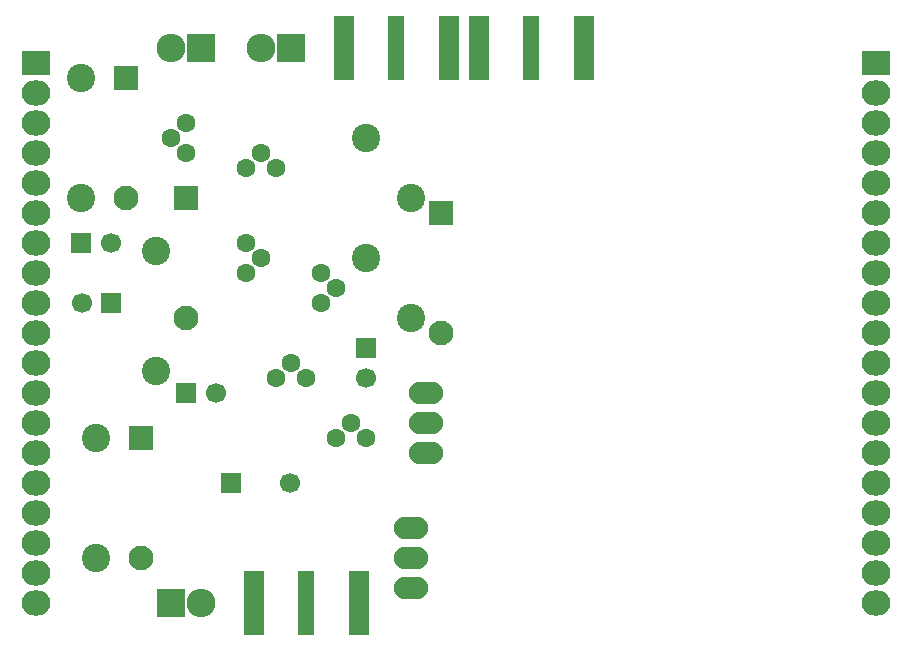
<source format=gbr>
G04 #@! TF.FileFunction,Soldermask,Top*
%FSLAX46Y46*%
G04 Gerber Fmt 4.6, Leading zero omitted, Abs format (unit mm)*
G04 Created by KiCad (PCBNEW 4.0.3+e1-6302~38~ubuntu16.04.1-stable) date Thu Aug 25 17:19:13 2016*
%MOMM*%
%LPD*%
G01*
G04 APERTURE LIST*
%ADD10C,0.100000*%
%ADD11R,1.700000X1.700000*%
%ADD12C,1.700000*%
%ADD13C,2.099260*%
%ADD14R,2.099260X2.099260*%
%ADD15R,2.432000X2.432000*%
%ADD16O,2.432000X2.432000*%
%ADD17C,1.600000*%
%ADD18O,2.899360X1.901140*%
%ADD19C,2.398980*%
%ADD20R,1.670000X5.480000*%
%ADD21R,1.416000X5.480000*%
%ADD22R,2.432000X2.127200*%
%ADD23O,2.432000X2.127200*%
G04 APERTURE END LIST*
D10*
D11*
X48260000Y-101600000D03*
D12*
X45760000Y-101600000D03*
D11*
X54610000Y-109220000D03*
D12*
X57110000Y-109220000D03*
D11*
X58420000Y-116840000D03*
D12*
X63420000Y-116840000D03*
D11*
X69850000Y-105410000D03*
D12*
X69850000Y-107910000D03*
D11*
X45720000Y-96520000D03*
D12*
X48220000Y-96520000D03*
D13*
X54612540Y-102870520D03*
D14*
X54612540Y-92710520D03*
D13*
X49532540Y-92710520D03*
D14*
X49532540Y-82550520D03*
D15*
X53340000Y-127000000D03*
D16*
X55880000Y-127000000D03*
D15*
X55880000Y-80010000D03*
D16*
X53340000Y-80010000D03*
D17*
X59690000Y-99060000D03*
X60960000Y-97790000D03*
X59690000Y-96520000D03*
X54610000Y-86360000D03*
X53340000Y-87630000D03*
X54610000Y-88900000D03*
X62230000Y-90170000D03*
X60960000Y-88900000D03*
X59690000Y-90170000D03*
X69850000Y-113030000D03*
X68580000Y-111760000D03*
X67310000Y-113030000D03*
X66040000Y-101600000D03*
X67310000Y-100330000D03*
X66040000Y-99060000D03*
X64770000Y-107950000D03*
X63500000Y-106680000D03*
X62230000Y-107950000D03*
D18*
X74930000Y-111760000D03*
X74930000Y-114300000D03*
X74930000Y-109220000D03*
X73660000Y-123190000D03*
X73660000Y-120650000D03*
X73660000Y-125730000D03*
D19*
X45720000Y-82550000D03*
X45720000Y-92710000D03*
X52070000Y-107315000D03*
X52070000Y-97155000D03*
X46990000Y-113030000D03*
X46990000Y-123190000D03*
X73660000Y-92710000D03*
X73660000Y-102870000D03*
X69850000Y-87630000D03*
X69850000Y-97790000D03*
D13*
X76202540Y-104140520D03*
D14*
X76202540Y-93980520D03*
D13*
X50802540Y-123190520D03*
D14*
X50802540Y-113030520D03*
D15*
X63500000Y-80010000D03*
D16*
X60960000Y-80010000D03*
D20*
X76835000Y-80010000D03*
X67945000Y-80010000D03*
D21*
X72390000Y-80010000D03*
D20*
X60325000Y-127000000D03*
X69215000Y-127000000D03*
D21*
X64770000Y-127000000D03*
D20*
X88265000Y-80010000D03*
X79375000Y-80010000D03*
D21*
X83820000Y-80010000D03*
D22*
X113030000Y-81280000D03*
D23*
X113030000Y-83820000D03*
X113030000Y-86360000D03*
X113030000Y-88900000D03*
X113030000Y-91440000D03*
X113030000Y-93980000D03*
X113030000Y-96520000D03*
X113030000Y-99060000D03*
X113030000Y-101600000D03*
X113030000Y-104140000D03*
X113030000Y-106680000D03*
X113030000Y-109220000D03*
X113030000Y-111760000D03*
X113030000Y-114300000D03*
X113030000Y-116840000D03*
X113030000Y-119380000D03*
X113030000Y-121920000D03*
X113030000Y-124460000D03*
X113030000Y-127000000D03*
D22*
X41910000Y-81280000D03*
D23*
X41910000Y-83820000D03*
X41910000Y-86360000D03*
X41910000Y-88900000D03*
X41910000Y-91440000D03*
X41910000Y-93980000D03*
X41910000Y-96520000D03*
X41910000Y-99060000D03*
X41910000Y-101600000D03*
X41910000Y-104140000D03*
X41910000Y-106680000D03*
X41910000Y-109220000D03*
X41910000Y-111760000D03*
X41910000Y-114300000D03*
X41910000Y-116840000D03*
X41910000Y-119380000D03*
X41910000Y-121920000D03*
X41910000Y-124460000D03*
X41910000Y-127000000D03*
M02*

</source>
